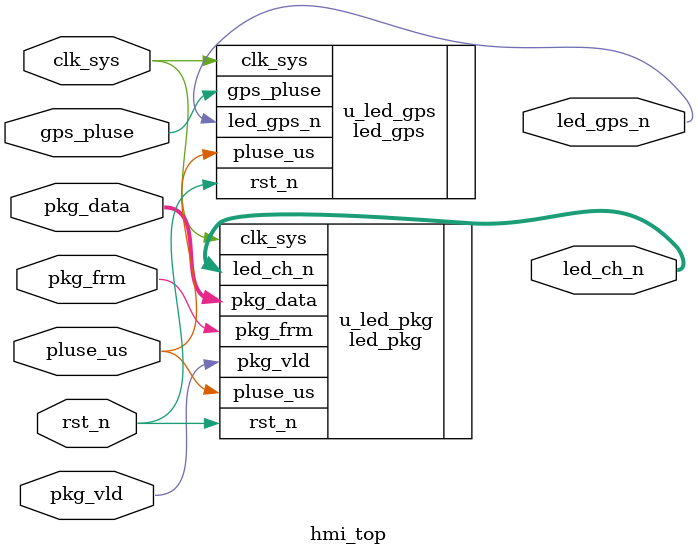
<source format=v>

module hmi_top(
led_gps_n,
led_ch_n,
//input signal
pkg_data,
pkg_vld,
pkg_frm,
gps_pluse,
//clk rst
clk_sys,
pluse_us,
rst_n
);
output 				led_gps_n;
output [7:0]	led_ch_n;
//input signal
input [15:0]	pkg_data;
input				pkg_vld;
input				pkg_frm;
input		gps_pluse;
//clk rst
input clk_sys;
input pluse_us;
input rst_n;
//--------------------------------------
//--------------------------------------



led_gps u_led_gps(
.led_gps_n(led_gps_n),
.gps_pluse(gps_pluse),
//clk rst
.clk_sys(clk_sys),
.pluse_us(pluse_us),
.rst_n(rst_n)
);



led_pkg u_led_pkg(
.led_ch_n(led_ch_n),
//input signal
.pkg_data(pkg_data),
.pkg_vld(pkg_vld),
.pkg_frm(pkg_frm),
//clk rst
.clk_sys(clk_sys),
.pluse_us(pluse_us),
.rst_n(rst_n)
);




endmodule


</source>
